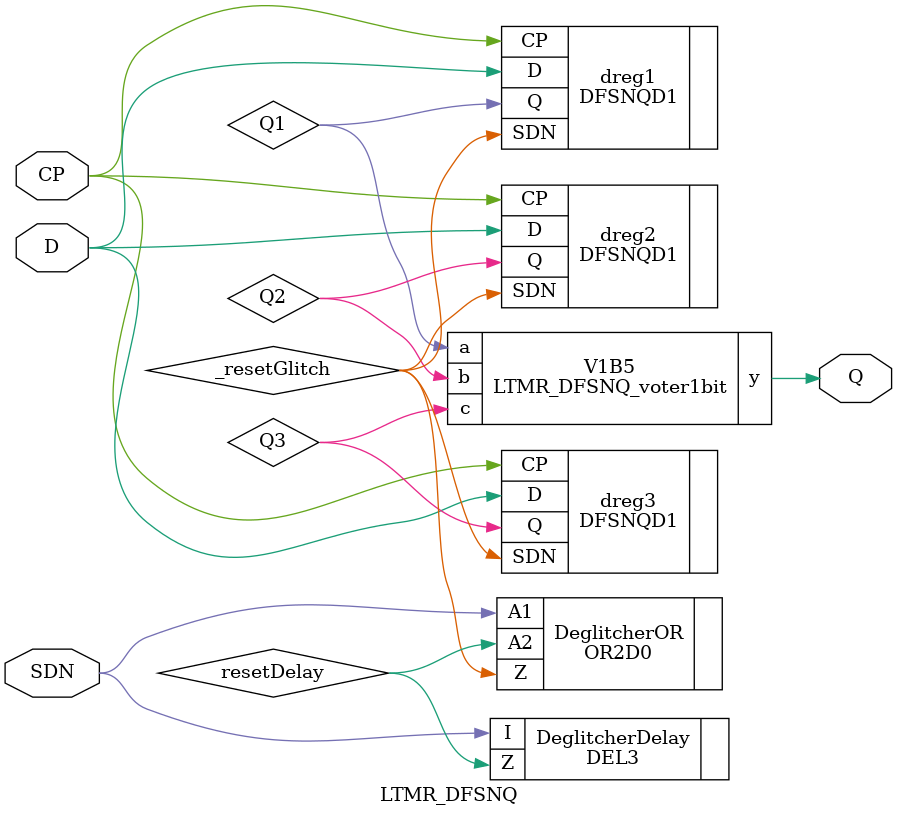
<source format=v>

module LTMR_DFSNQ_voter1bit(a, b, c, y);
  input a, b, c;
  output y;
  wire a, b, c;
  wire y;
  wire or1, z1, z2, z3;
  CKAN2D0 AND1(.A1 (a), .A2 (b), .Z (z1));
  CKAN2D0 AND2(.A1 (b), .A2 (c), .Z (z2));
  CKAN2D0 AND3(.A1 (c), .A2 (a), .Z (z3));
  OR2D0 OR1(.A1 (z1), .A2 (z2), .Z (or1));
  OR2D0 OR2(.A1 (or1), .A2 (z3), .Z (y));
endmodule

module LTMR_DFSNQ(CP, SDN, D, Q);
  input CP, SDN, D;
  output Q;
  wire CP, SDN, D;
  wire Q;
  wire Q1, Q2, Q3, _resetGlitch, resetDelay;
  LTMR_DFSNQ_voter1bit V1B5(.a (Q1), .b (Q2), .c (Q3), .y (Q));
  DEL3 DeglitcherDelay(.I (SDN), .Z (resetDelay));
  OR2D0 DeglitcherOR(.A1 (SDN), .A2 (resetDelay), .Z (_resetGlitch));
  DFSNQD1 dreg1(.SDN (_resetGlitch), .CP (CP), .D (D), .Q (Q1));
  DFSNQD1 dreg2(.SDN (_resetGlitch), .CP (CP), .D (D), .Q (Q2));
  DFSNQD1 dreg3(.SDN (_resetGlitch), .CP (CP), .D (D), .Q (Q3));
  
  // synopsys dc_script_begin
  // set_dont_touch DeglitcherDelay
  // synopsys dc_script_end
  
endmodule  
</source>
